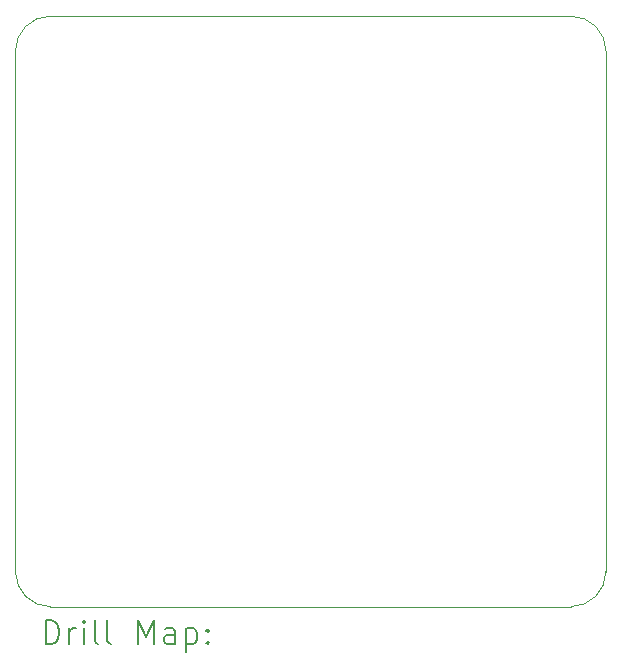
<source format=gbr>
%TF.GenerationSoftware,KiCad,Pcbnew,7.0.8*%
%TF.CreationDate,2024-02-20T09:26:06+00:00*%
%TF.ProjectId,CuttleBoard_8Layers,43757474-6c65-4426-9f61-72645f384c61,rev?*%
%TF.SameCoordinates,Original*%
%TF.FileFunction,Drillmap*%
%TF.FilePolarity,Positive*%
%FSLAX45Y45*%
G04 Gerber Fmt 4.5, Leading zero omitted, Abs format (unit mm)*
G04 Created by KiCad (PCBNEW 7.0.8) date 2024-02-20 09:26:06*
%MOMM*%
%LPD*%
G01*
G04 APERTURE LIST*
%ADD10C,0.100000*%
%ADD11C,0.200000*%
G04 APERTURE END LIST*
D10*
X9750000Y-7695304D02*
X9750000Y-12102696D01*
X10046304Y-7399310D02*
G75*
G03*
X9750000Y-7695304I-154J-296150D01*
G01*
X14750000Y-12102696D02*
X14750000Y-7695000D01*
X10046304Y-12398696D02*
X14453696Y-12398696D01*
X14454000Y-7399000D02*
X10046304Y-7399304D01*
X14453696Y-12398696D02*
G75*
G03*
X14749696Y-12102696I4J295996D01*
G01*
X14750000Y-7695000D02*
G75*
G03*
X14454000Y-7399000I-296000J0D01*
G01*
X9750304Y-12102696D02*
G75*
G03*
X10046304Y-12398696I295996J-4D01*
G01*
D11*
X10005777Y-12715180D02*
X10005777Y-12515180D01*
X10005777Y-12515180D02*
X10053396Y-12515180D01*
X10053396Y-12515180D02*
X10081967Y-12524704D01*
X10081967Y-12524704D02*
X10101015Y-12543752D01*
X10101015Y-12543752D02*
X10110539Y-12562799D01*
X10110539Y-12562799D02*
X10120063Y-12600894D01*
X10120063Y-12600894D02*
X10120063Y-12629466D01*
X10120063Y-12629466D02*
X10110539Y-12667561D01*
X10110539Y-12667561D02*
X10101015Y-12686609D01*
X10101015Y-12686609D02*
X10081967Y-12705656D01*
X10081967Y-12705656D02*
X10053396Y-12715180D01*
X10053396Y-12715180D02*
X10005777Y-12715180D01*
X10205777Y-12715180D02*
X10205777Y-12581847D01*
X10205777Y-12619942D02*
X10215301Y-12600894D01*
X10215301Y-12600894D02*
X10224824Y-12591371D01*
X10224824Y-12591371D02*
X10243872Y-12581847D01*
X10243872Y-12581847D02*
X10262920Y-12581847D01*
X10329586Y-12715180D02*
X10329586Y-12581847D01*
X10329586Y-12515180D02*
X10320063Y-12524704D01*
X10320063Y-12524704D02*
X10329586Y-12534228D01*
X10329586Y-12534228D02*
X10339110Y-12524704D01*
X10339110Y-12524704D02*
X10329586Y-12515180D01*
X10329586Y-12515180D02*
X10329586Y-12534228D01*
X10453396Y-12715180D02*
X10434348Y-12705656D01*
X10434348Y-12705656D02*
X10424824Y-12686609D01*
X10424824Y-12686609D02*
X10424824Y-12515180D01*
X10558158Y-12715180D02*
X10539110Y-12705656D01*
X10539110Y-12705656D02*
X10529586Y-12686609D01*
X10529586Y-12686609D02*
X10529586Y-12515180D01*
X10786729Y-12715180D02*
X10786729Y-12515180D01*
X10786729Y-12515180D02*
X10853396Y-12658037D01*
X10853396Y-12658037D02*
X10920063Y-12515180D01*
X10920063Y-12515180D02*
X10920063Y-12715180D01*
X11101015Y-12715180D02*
X11101015Y-12610418D01*
X11101015Y-12610418D02*
X11091491Y-12591371D01*
X11091491Y-12591371D02*
X11072444Y-12581847D01*
X11072444Y-12581847D02*
X11034348Y-12581847D01*
X11034348Y-12581847D02*
X11015301Y-12591371D01*
X11101015Y-12705656D02*
X11081967Y-12715180D01*
X11081967Y-12715180D02*
X11034348Y-12715180D01*
X11034348Y-12715180D02*
X11015301Y-12705656D01*
X11015301Y-12705656D02*
X11005777Y-12686609D01*
X11005777Y-12686609D02*
X11005777Y-12667561D01*
X11005777Y-12667561D02*
X11015301Y-12648513D01*
X11015301Y-12648513D02*
X11034348Y-12638990D01*
X11034348Y-12638990D02*
X11081967Y-12638990D01*
X11081967Y-12638990D02*
X11101015Y-12629466D01*
X11196253Y-12581847D02*
X11196253Y-12781847D01*
X11196253Y-12591371D02*
X11215301Y-12581847D01*
X11215301Y-12581847D02*
X11253396Y-12581847D01*
X11253396Y-12581847D02*
X11272443Y-12591371D01*
X11272443Y-12591371D02*
X11281967Y-12600894D01*
X11281967Y-12600894D02*
X11291491Y-12619942D01*
X11291491Y-12619942D02*
X11291491Y-12677085D01*
X11291491Y-12677085D02*
X11281967Y-12696132D01*
X11281967Y-12696132D02*
X11272443Y-12705656D01*
X11272443Y-12705656D02*
X11253396Y-12715180D01*
X11253396Y-12715180D02*
X11215301Y-12715180D01*
X11215301Y-12715180D02*
X11196253Y-12705656D01*
X11377205Y-12696132D02*
X11386729Y-12705656D01*
X11386729Y-12705656D02*
X11377205Y-12715180D01*
X11377205Y-12715180D02*
X11367682Y-12705656D01*
X11367682Y-12705656D02*
X11377205Y-12696132D01*
X11377205Y-12696132D02*
X11377205Y-12715180D01*
X11377205Y-12591371D02*
X11386729Y-12600894D01*
X11386729Y-12600894D02*
X11377205Y-12610418D01*
X11377205Y-12610418D02*
X11367682Y-12600894D01*
X11367682Y-12600894D02*
X11377205Y-12591371D01*
X11377205Y-12591371D02*
X11377205Y-12610418D01*
M02*

</source>
